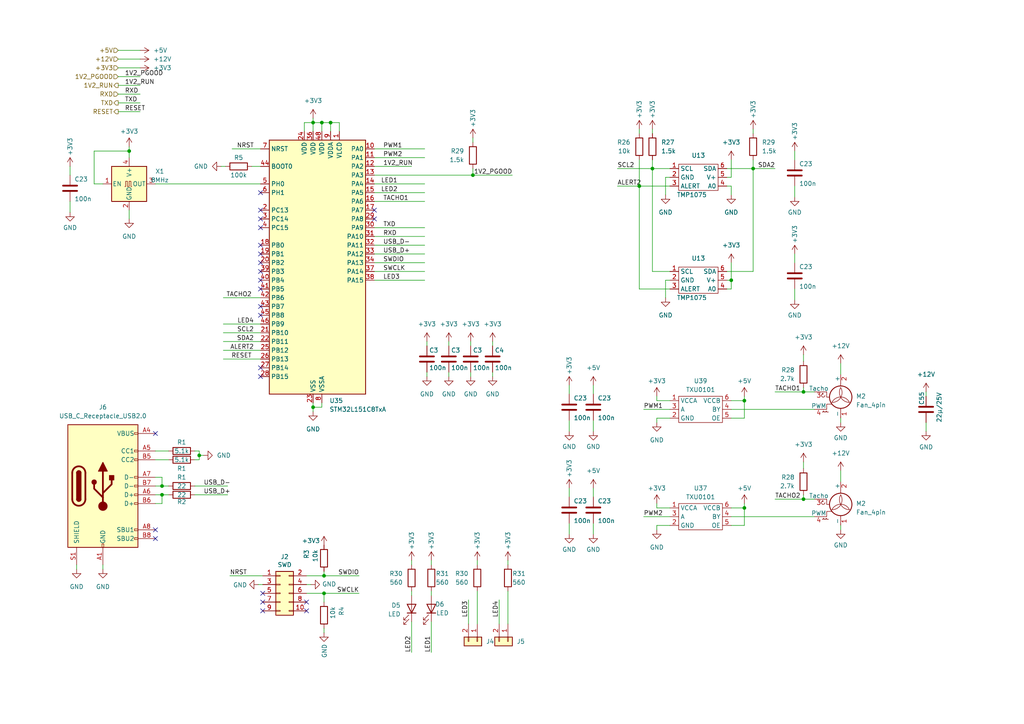
<source format=kicad_sch>
(kicad_sch (version 20230121) (generator eeschema)
  (paper "A4")
  (lib_symbols
    (symbol "Connector:USB_C_Receptacle_USB2.0" (pin_names (offset 1.016))
      (property "Reference" "J" (at -10.16 19.05 0))
      (property "Value" "USB_C_Receptacle_USB2.0" (at 19.05 19.05 0))
      (symbol "USB_C_Receptacle_USB2.0_1_1"
        (pin passive line (at 0 -22.86 90) (length 5.08) (name "GND") (number "A1"))
        (pin passive line (at 0 -22.86 90) (length 5.08) hide (name "GND") (number "A12"))
        (pin passive line (at 15.24 15.24 180) (length 5.08) (name "VBUS") (number "A4"))
        (pin bidirectional line (at 15.24 10.16 180) (length 5.08) (name "CC1") (number "A5"))
        (pin bidirectional line (at 15.24 -2.54 180) (length 5.08) (name "D+") (number "A6"))
        (pin bidirectional line (at 15.24 2.54 180) (length 5.08) (name "D-") (number "A7"))
        (pin bidirectional line (at 15.24 -12.7 180) (length 5.08) (name "SBU1") (number "A8"))
        (pin passive line (at 15.24 15.24 180) (length 5.08) hide (name "VBUS") (number "A9"))
        (pin passive line (at 0 -22.86 90) (length 5.08) hide (name "GND") (number "B1"))
        (pin passive line (at 0 -22.86 90) (length 5.08) hide (name "GND") (number "B12"))
        (pin passive line (at 15.24 15.24 180) (length 5.08) hide (name "VBUS") (number "B4"))
        (pin bidirectional line (at 15.24 7.62 180) (length 5.08) (name "CC2") (number "B5"))
        (pin bidirectional line (at 15.24 -5.08 180) (length 5.08) (name "D+") (number "B6"))
        (pin bidirectional line (at 15.24 0 180) (length 5.08) (name "D-") (number "B7"))
        (pin bidirectional line (at 15.24 -15.24 180) (length 5.08) (name "SBU2") (number "B8"))
        (pin passive line (at 15.24 15.24 180) (length 5.08) hide (name "VBUS") (number "B9"))
        (pin passive line (at -7.62 -22.86 90) (length 5.08) (name "SHIELD") (number "S1"))
      )
    )
    (symbol "Connector_Generic:Conn_01x02" (pin_names (offset 1.016) hide)
      (property "Reference" "J" (at 0 2.54 0))
      (property "Value" "Conn_01x02" (at 0 -5.08 0))
      (symbol "Conn_01x02_1_1"
        (pin passive line (at -5.08 0 0) (length 3.81) (name "Pin_1") (number "1"))
        (pin passive line (at -5.08 -2.54 0) (length 3.81) (name "Pin_2") (number "2"))
      )
    )
    (symbol "Device:C" (pin_numbers hide) (pin_names (offset 0.254))
      (property "Reference" "C" (at 0.635 2.54 0))
      (property "Value" "C" (at 0.635 -2.54 0))
      (symbol "C_1_1"
        (pin passive line (at 0 3.81 270) (length 2.794) (name "~") (number "1"))
        (pin passive line (at 0 -3.81 90) (length 2.794) (name "~") (number "2"))
      )
    )
    (symbol "Device:LED" (pin_numbers hide) (pin_names (offset 1.016) hide)
      (property "Reference" "D" (at 0 2.54 0))
      (property "Value" "LED" (at 0 -2.54 0))
      (symbol "LED_1_1"
        (pin passive line (at -3.81 0 0) (length 2.54) (name "K") (number "1"))
        (pin passive line (at 3.81 0 180) (length 2.54) (name "A") (number "2"))
      )
    )
    (symbol "Device:R" (pin_numbers hide) (pin_names (offset 0))
      (property "Reference" "R" (at 2.032 0 90))
      (property "Value" "R" (at 0 0 90))
      (symbol "R_1_1"
        (pin passive line (at 0 3.81 270) (length 1.27) (name "~") (number "1"))
        (pin passive line (at 0 -3.81 90) (length 1.27) (name "~") (number "2"))
      )
    )
    (symbol "GND_1" (power) (pin_names (offset 0))
      (property "Value" "GND_1" (at 0 -3.81 0))
      (symbol "GND_1_1_1"
        (pin power_in line (at 0 0 270) (length 0) hide (name "GND") (number "1"))
      )
    )
    (symbol "MCU_ST_STM32L1:STM32L151C8TxA"
      (property "Reference" "U" (at -12.7 39.37 0))
      (property "Value" "STM32L151C8TxA" (at 10.16 39.37 0))
      (symbol "STM32L151C8TxA_1_1"
        (pin power_in line (at 7.62 40.64 270) (length 2.54) (name "VLCD") (number "1"))
        (pin bidirectional line (at 17.78 35.56 180) (length 2.54) (name "PA0") (number "10"))
        (pin bidirectional line (at 17.78 33.02 180) (length 2.54) (name "PA1") (number "11"))
        (pin bidirectional line (at 17.78 30.48 180) (length 2.54) (name "PA2") (number "12"))
        (pin bidirectional line (at 17.78 27.94 180) (length 2.54) (name "PA3") (number "13"))
        (pin bidirectional line (at 17.78 25.4 180) (length 2.54) (name "PA4") (number "14"))
        (pin bidirectional line (at 17.78 22.86 180) (length 2.54) (name "PA5") (number "15"))
        (pin bidirectional line (at 17.78 20.32 180) (length 2.54) (name "PA6") (number "16"))
        (pin bidirectional line (at 17.78 17.78 180) (length 2.54) (name "PA7") (number "17"))
        (pin bidirectional line (at -15.24 7.62 0) (length 2.54) (name "PB0") (number "18"))
        (pin bidirectional line (at -15.24 5.08 0) (length 2.54) (name "PB1") (number "19"))
        (pin bidirectional line (at -15.24 17.78 0) (length 2.54) (name "PC13") (number "2"))
        (pin bidirectional line (at -15.24 2.54 0) (length 2.54) (name "PB2") (number "20"))
        (pin bidirectional line (at -15.24 -17.78 0) (length 2.54) (name "PB10") (number "21"))
        (pin bidirectional line (at -15.24 -20.32 0) (length 2.54) (name "PB11") (number "22"))
        (pin power_in line (at 0 -38.1 90) (length 2.54) (name "VSS") (number "23"))
        (pin power_in line (at -2.54 40.64 270) (length 2.54) (name "VDD") (number "24"))
        (pin bidirectional line (at -15.24 -22.86 0) (length 2.54) (name "PB12") (number "25"))
        (pin bidirectional line (at -15.24 -25.4 0) (length 2.54) (name "PB13") (number "26"))
        (pin bidirectional line (at -15.24 -27.94 0) (length 2.54) (name "PB14") (number "27"))
        (pin bidirectional line (at -15.24 -30.48 0) (length 2.54) (name "PB15") (number "28"))
        (pin bidirectional line (at 17.78 15.24 180) (length 2.54) (name "PA8") (number "29"))
        (pin bidirectional line (at -15.24 15.24 0) (length 2.54) (name "PC14") (number "3"))
        (pin bidirectional line (at 17.78 12.7 180) (length 2.54) (name "PA9") (number "30"))
        (pin bidirectional line (at 17.78 10.16 180) (length 2.54) (name "PA10") (number "31"))
        (pin bidirectional line (at 17.78 7.62 180) (length 2.54) (name "PA11") (number "32"))
        (pin bidirectional line (at 17.78 5.08 180) (length 2.54) (name "PA12") (number "33"))
        (pin bidirectional line (at 17.78 2.54 180) (length 2.54) (name "PA13") (number "34"))
        (pin passive line (at 0 -38.1 90) (length 2.54) hide (name "VSS") (number "35"))
        (pin power_in line (at 0 40.64 270) (length 2.54) (name "VDD") (number "36"))
        (pin bidirectional line (at 17.78 0 180) (length 2.54) (name "PA14") (number "37"))
        (pin bidirectional line (at 17.78 -2.54 180) (length 2.54) (name "PA15") (number "38"))
        (pin bidirectional line (at -15.24 0 0) (length 2.54) (name "PB3") (number "39"))
        (pin bidirectional line (at -15.24 12.7 0) (length 2.54) (name "PC15") (number "4"))
        (pin bidirectional line (at -15.24 -2.54 0) (length 2.54) (name "PB4") (number "40"))
        (pin bidirectional line (at -15.24 -5.08 0) (length 2.54) (name "PB5") (number "41"))
        (pin bidirectional line (at -15.24 -7.62 0) (length 2.54) (name "PB6") (number "42"))
        (pin bidirectional line (at -15.24 -10.16 0) (length 2.54) (name "PB7") (number "43"))
        (pin input line (at -15.24 30.48 0) (length 2.54) (name "BOOT0") (number "44"))
        (pin bidirectional line (at -15.24 -12.7 0) (length 2.54) (name "PB8") (number "45"))
        (pin bidirectional line (at -15.24 -15.24 0) (length 2.54) (name "PB9") (number "46"))
        (pin passive line (at 0 -38.1 90) (length 2.54) hide (name "VSS") (number "47"))
        (pin power_in line (at 2.54 40.64 270) (length 2.54) (name "VDD") (number "48"))
        (pin bidirectional line (at -15.24 25.4 0) (length 2.54) (name "PH0") (number "5"))
        (pin bidirectional line (at -15.24 22.86 0) (length 2.54) (name "PH1") (number "6"))
        (pin input line (at -15.24 35.56 0) (length 2.54) (name "NRST") (number "7"))
        (pin power_in line (at 2.54 -38.1 90) (length 2.54) (name "VSSA") (number "8"))
        (pin power_in line (at 5.08 40.64 270) (length 2.54) (name "VDDA") (number "9"))
      )
    )
    (symbol "Motor:Fan_4pin" (pin_names (offset 0))
      (property "Reference" "M" (at 2.54 5.08 0))
      (property "Value" "Fan_4pin" (at 2.54 -2.54 0))
      (symbol "Fan_4pin_1_1"
        (pin passive line (at 0 -5.08 90) (length 2.54) (name "-") (number "1"))
        (pin passive line (at 0 7.62 270) (length 2.54) (name "+") (number "2"))
        (pin passive line (at -7.62 2.54 0) (length 2.54) (name "Tacho") (number "3"))
        (pin input line (at -7.62 -2.54 0) (length 2.54) (name "PWM") (number "4"))
      )
    )
    (symbol "Oscillator:XO32" (pin_names (offset 0.254))
      (property "Reference" "X" (at -5.08 6.35 0))
      (property "Value" "XO32" (at 1.27 -6.35 0))
      (symbol "XO32_1_1"
        (pin input line (at -7.62 0 0) (length 2.54) (name "EN") (number "1"))
        (pin power_in line (at 0 -7.62 90) (length 2.54) (name "GND") (number "2"))
        (pin output line (at 7.62 0 180) (length 2.54) (name "OUT") (number "3"))
        (pin power_in line (at 0 7.62 270) (length 2.54) (name "V+") (number "4"))
      )
    )
    (symbol "clock-rescue:R" (pin_numbers hide) (pin_names (offset 0))
      (property "Reference" "R" (at 2.032 0 90))
      (property "Value" "R" (at 0 0 90))
      (symbol "R_1_1"
        (pin passive line (at 0 3.81 270) (length 1.27) (name "~") (number "1"))
        (pin passive line (at 0 -3.81 90) (length 1.27) (name "~") (number "2"))
      )
    )
    (symbol "dwc-hat-rescue:+3V3-power" (power) (pin_names (offset 0))
      (property "Value" "+3V3-power" (at 0 3.556 0))
      (symbol "+3V3-power_1_1"
        (pin power_in line (at 0 0 90) (length 0) hide (name "+3V3") (number "1"))
      )
    )
    (symbol "dwc-hat-rescue:Conn_02x05_Odd_Even-Connector_Generic" (pin_names (offset 1.016) hide)
      (property "Reference" "J" (at 1.27 7.62 0))
      (property "Value" "Connector_Generic_Conn_02x05_Odd_Even" (at 1.27 -7.62 0))
      (symbol "Conn_02x05_Odd_Even-Connector_Generic_1_1"
        (pin passive line (at -5.08 5.08 0) (length 3.81) (name "Pin_1") (number "1"))
        (pin passive line (at 7.62 -5.08 180) (length 3.81) (name "Pin_10") (number "10"))
        (pin passive line (at 7.62 5.08 180) (length 3.81) (name "Pin_2") (number "2"))
        (pin passive line (at -5.08 2.54 0) (length 3.81) (name "Pin_3") (number "3"))
        (pin passive line (at 7.62 2.54 180) (length 3.81) (name "Pin_4") (number "4"))
        (pin passive line (at -5.08 0 0) (length 3.81) (name "Pin_5") (number "5"))
        (pin passive line (at 7.62 0 180) (length 3.81) (name "Pin_6") (number "6"))
        (pin passive line (at -5.08 -2.54 0) (length 3.81) (name "Pin_7") (number "7"))
        (pin passive line (at 7.62 -2.54 180) (length 3.81) (name "Pin_8") (number "8"))
        (pin passive line (at -5.08 -5.08 0) (length 3.81) (name "Pin_9") (number "9"))
      )
    )
    (symbol "dwc-hat-rescue:GND-power" (power) (pin_names (offset 0))
      (property "Value" "GND-power" (at 0 -3.81 0))
      (symbol "GND-power_1_1"
        (pin power_in line (at 0 0 270) (length 0) hide (name "GND") (number "1"))
      )
    )
    (symbol "dwc-hat-rescue:R-Device" (pin_numbers hide) (pin_names (offset 0))
      (property "Reference" "R" (at 2.032 0 90))
      (property "Value" "Device_R" (at 0 0 90))
      (symbol "R-Device_1_1"
        (pin passive line (at 0 3.81 270) (length 1.27) (name "~") (number "1"))
        (pin passive line (at 0 -3.81 90) (length 1.27) (name "~") (number "2"))
      )
    )
    (symbol "mylib7:TMP1075-DRL-SOT563"
      (property "Reference" "U" (at -5.08 5.08 0))
      (symbol "TMP1075-DRL-SOT563_1_1"
        (pin open_collector line (at -8.89 2.54 0) (length 2.54) (name "SCL") (number "1"))
        (pin power_in line (at -8.89 0 0) (length 2.54) (name "GND") (number "2"))
        (pin open_collector line (at -8.89 -2.54 0) (length 2.54) (name "ALERT") (number "3"))
        (pin input line (at 7.62 -2.54 180) (length 2.54) (name "A0") (number "4"))
        (pin power_in line (at 7.62 0 180) (length 2.54) (name "V+") (number "5"))
        (pin open_collector line (at 7.62 2.54 180) (length 2.54) (name "SDA") (number "6"))
      )
    )
    (symbol "mylib7:TXU0101DCK"
      (property "Reference" "U" (at -5.08 5.08 0))
      (property "Value" "TXU0101" (at -1.27 -5.08 0))
      (symbol "TXU0101DCK_1_1"
        (pin power_in line (at -8.89 2.54 0) (length 2.54) (name "VCCA") (number "1"))
        (pin power_in line (at -8.89 -2.54 0) (length 2.54) (name "GND") (number "2"))
        (pin input line (at -8.89 0 0) (length 2.54) (name "A") (number "3"))
        (pin output line (at 8.89 0 180) (length 2.54) (name "BY") (number "4"))
        (pin input line (at 8.89 -2.54 180) (length 2.54) (name "OE") (number "5"))
        (pin power_in line (at 8.89 2.54 180) (length 2.54) (name "VCCB") (number "6"))
      )
    )
    (symbol "power:+12V" (power) (pin_names (offset 0))
      (property "Value" "+12V" (at 0 3.556 0))
      (symbol "+12V_1_1"
        (pin power_in line (at 0 0 90) (length 0) hide (name "+12V") (number "1"))
      )
    )
    (symbol "power:+3V3" (power) (pin_names (offset 0))
      (property "Value" "+3V3" (at 0 3.556 0))
      (symbol "+3V3_1_1"
        (pin power_in line (at 0 0 90) (length 0) hide (name "+3V3") (number "1"))
      )
    )
    (symbol "power:+5V" (power) (pin_names (offset 0))
      (property "Value" "+5V" (at 0 3.556 0))
      (symbol "+5V_1_1"
        (pin power_in line (at 0 0 90) (length 0) hide (name "+5V") (number "1"))
      )
    )
    (symbol "power:GND" (power) (pin_names (offset 0))
      (property "Value" "GND" (at 0 -3.81 0))
      (symbol "GND_1_1"
        (pin power_in line (at 0 0 270) (length 0) hide (name "GND") (number "1"))
      )
    )
    (symbol "vfd1-rescue:C" (pin_numbers hide) (pin_names (offset 0.254))
      (property "Reference" "C" (at 0.635 2.54 0))
      (property "Value" "C" (at 0.635 -2.54 0))
      (symbol "C_1_1"
        (pin passive line (at 0 3.81 270) (length 2.794) (name "~") (number "1"))
        (pin passive line (at 0 -3.81 90) (length 2.794) (name "~") (number "2"))
      )
    )
  )
  (junction (at 185.42 53.975))
  (junction (at 215.9 116.205))
  (junction (at 212.09 81.28))
  (junction (at 189.23 48.895))
  (junction (at 37.465 43.815))
  (junction (at 57.785 132.08))
  (junction (at 233.045 113.665))
  (junction (at 90.805 35.56))
  (junction (at 90.805 118.11))
  (junction (at 233.045 144.78))
  (junction (at 46.99 143.51))
  (junction (at 137.16 50.8))
  (junction (at 93.98 167.005))
  (junction (at 93.345 35.56))
  (junction (at 215.9 147.32))
  (junction (at 95.885 35.56))
  (junction (at 218.44 48.895))
  (junction (at 93.98 172.085))
  (junction (at 46.99 140.97))
  (no_connect (at 75.565 106.68))
  (no_connect (at 88.9 174.625))
  (no_connect (at 75.565 66.04))
  (no_connect (at 76.2 174.625))
  (no_connect (at 75.565 71.12))
  (no_connect (at 75.565 81.28))
  (no_connect (at 75.565 60.96))
  (no_connect (at 75.565 109.22))
  (no_connect (at 75.565 55.88))
  (no_connect (at 108.585 63.5))
  (no_connect (at 75.565 88.9))
  (no_connect (at 75.565 76.2))
  (no_connect (at 76.2 177.165))
  (no_connect (at 75.565 83.82))
  (no_connect (at 45.085 156.21))
  (no_connect (at 75.565 63.5))
  (no_connect (at 108.585 60.96))
  (no_connect (at 75.565 78.74))
  (no_connect (at 88.9 177.165))
  (no_connect (at 75.565 73.66))
  (no_connect (at 45.085 125.73))
  (no_connect (at 75.565 91.44))
  (no_connect (at 76.2 172.085))
  (no_connect (at 45.085 153.67))
  (wire (pts (xy 185.42 37.465) (xy 185.42 38.735)))
  (wire (pts (xy 190.5 116.205) (xy 194.31 116.205)))
  (wire (pts (xy 93.98 167.005) (xy 88.9 167.005)))
  (wire (pts (xy 147.32 171.45) (xy 147.32 180.975)))
  (wire (pts (xy 90.17 169.545) (xy 88.9 169.545)))
  (wire (pts (xy 218.44 48.895) (xy 224.79 48.895)))
  (wire (pts (xy 194.31 81.28) (xy 193.04 81.28)))
  (wire (pts (xy 185.42 53.975) (xy 185.42 83.82)))
  (wire (pts (xy 218.44 37.465) (xy 218.44 38.735)))
  (wire (pts (xy 243.84 121.285) (xy 243.84 122.555)))
  (wire (pts (xy 64.77 96.52) (xy 75.565 96.52)))
  (wire (pts (xy 212.09 152.4) (xy 215.9 152.4)))
  (wire (pts (xy 20.32 58.42) (xy 20.32 61.595)))
  (wire (pts (xy 119.38 162.56) (xy 119.38 163.83)))
  (wire (pts (xy 233.045 102.87) (xy 233.045 104.775)))
  (wire (pts (xy 46.99 146.05) (xy 45.085 146.05)))
  (wire (pts (xy 34.29 32.385) (xy 40.64 32.385)))
  (wire (pts (xy 189.23 78.74) (xy 194.31 78.74)))
  (wire (pts (xy 108.585 68.58) (xy 123.19 68.58)))
  (wire (pts (xy 64.77 104.14) (xy 75.565 104.14)))
  (wire (pts (xy 108.585 43.18) (xy 123.19 43.18)))
  (wire (pts (xy 172.085 141.605) (xy 172.085 144.145)))
  (wire (pts (xy 108.585 71.12) (xy 123.19 71.12)))
  (wire (pts (xy 57.785 132.08) (xy 59.055 132.08)))
  (wire (pts (xy 230.505 43.815) (xy 230.505 46.355)))
  (wire (pts (xy 194.31 51.435) (xy 193.04 51.435)))
  (wire (pts (xy 108.585 55.88) (xy 123.19 55.88)))
  (wire (pts (xy 212.09 83.82) (xy 210.82 83.82)))
  (wire (pts (xy 90.805 118.11) (xy 90.805 119.38)))
  (wire (pts (xy 186.69 149.86) (xy 194.31 149.86)))
  (wire (pts (xy 224.79 144.78) (xy 233.045 144.78)))
  (wire (pts (xy 119.38 180.34) (xy 119.38 189.23)))
  (wire (pts (xy 210.82 51.435) (xy 212.09 51.435)))
  (wire (pts (xy 22.225 163.83) (xy 22.225 165.1)))
  (wire (pts (xy 64.77 99.06) (xy 75.565 99.06)))
  (wire (pts (xy 190.5 146.05) (xy 190.5 147.32)))
  (wire (pts (xy 165.1 141.605) (xy 165.1 144.145)))
  (wire (pts (xy 93.345 38.1) (xy 93.345 35.56)))
  (wire (pts (xy 45.085 53.34) (xy 75.565 53.34)))
  (wire (pts (xy 185.42 83.82) (xy 194.31 83.82)))
  (wire (pts (xy 137.16 48.895) (xy 137.16 50.8)))
  (wire (pts (xy 135.89 173.99) (xy 135.89 180.975)))
  (wire (pts (xy 67.31 43.18) (xy 75.565 43.18)))
  (wire (pts (xy 193.04 81.28) (xy 193.04 86.36)))
  (wire (pts (xy 233.045 143.51) (xy 233.045 144.78)))
  (wire (pts (xy 34.29 29.845) (xy 40.64 29.845)))
  (wire (pts (xy 104.14 167.005) (xy 93.98 167.005)))
  (wire (pts (xy 46.99 140.97) (xy 48.895 140.97)))
  (wire (pts (xy 190.5 153.67) (xy 190.5 152.4)))
  (wire (pts (xy 212.09 118.745) (xy 236.22 118.745)))
  (wire (pts (xy 90.805 116.84) (xy 90.805 118.11)))
  (wire (pts (xy 37.465 60.96) (xy 37.465 63.5)))
  (wire (pts (xy 46.99 143.51) (xy 48.895 143.51)))
  (wire (pts (xy 108.585 73.66) (xy 123.19 73.66)))
  (wire (pts (xy 64.135 48.26) (xy 65.405 48.26)))
  (wire (pts (xy 165.1 111.76) (xy 165.1 114.3)))
  (wire (pts (xy 130.175 107.95) (xy 130.175 109.22)))
  (wire (pts (xy 268.605 122.555) (xy 268.605 125.095)))
  (wire (pts (xy 190.5 152.4) (xy 194.31 152.4)))
  (wire (pts (xy 123.825 99.06) (xy 123.825 100.33)))
  (wire (pts (xy 93.98 174.625) (xy 93.98 172.085)))
  (wire (pts (xy 185.42 46.355) (xy 185.42 53.975)))
  (wire (pts (xy 233.045 112.395) (xy 233.045 113.665)))
  (wire (pts (xy 95.885 35.56) (xy 95.885 38.1)))
  (wire (pts (xy 56.515 140.97) (xy 66.04 140.97)))
  (wire (pts (xy 34.29 24.765) (xy 40.64 24.765)))
  (wire (pts (xy 95.885 35.56) (xy 98.425 35.56)))
  (wire (pts (xy 210.82 78.74) (xy 218.44 78.74)))
  (wire (pts (xy 230.505 83.82) (xy 230.505 86.995)))
  (wire (pts (xy 172.085 151.765) (xy 172.085 154.94)))
  (wire (pts (xy 179.07 48.895) (xy 189.23 48.895)))
  (wire (pts (xy 34.29 19.685) (xy 40.64 19.685)))
  (wire (pts (xy 243.84 152.4) (xy 243.84 153.67)))
  (wire (pts (xy 142.875 107.95) (xy 142.875 109.22)))
  (wire (pts (xy 119.38 171.45) (xy 119.38 172.72)))
  (wire (pts (xy 215.9 121.285) (xy 215.9 116.205)))
  (wire (pts (xy 57.785 130.81) (xy 57.785 132.08)))
  (wire (pts (xy 88.265 38.1) (xy 88.265 35.56)))
  (wire (pts (xy 108.585 81.28) (xy 123.19 81.28)))
  (wire (pts (xy 233.045 133.985) (xy 233.045 135.89)))
  (wire (pts (xy 34.29 14.605) (xy 40.64 14.605)))
  (wire (pts (xy 190.5 122.555) (xy 190.5 121.285)))
  (wire (pts (xy 172.085 111.76) (xy 172.085 114.3)))
  (wire (pts (xy 210.82 81.28) (xy 212.09 81.28)))
  (wire (pts (xy 108.585 45.72) (xy 123.19 45.72)))
  (wire (pts (xy 29.845 53.34) (xy 27.305 53.34)))
  (wire (pts (xy 37.465 43.815) (xy 37.465 45.72)))
  (wire (pts (xy 212.09 51.435) (xy 212.09 46.355)))
  (wire (pts (xy 108.585 53.34) (xy 123.19 53.34)))
  (wire (pts (xy 212.09 149.86) (xy 236.22 149.86)))
  (wire (pts (xy 93.345 118.11) (xy 90.805 118.11)))
  (wire (pts (xy 137.16 50.8) (xy 108.585 50.8)))
  (wire (pts (xy 212.09 121.285) (xy 215.9 121.285)))
  (wire (pts (xy 233.045 144.78) (xy 236.22 144.78)))
  (wire (pts (xy 108.585 58.42) (xy 123.19 58.42)))
  (wire (pts (xy 212.09 81.28) (xy 212.09 83.82)))
  (wire (pts (xy 189.23 46.355) (xy 189.23 48.895)))
  (wire (pts (xy 215.9 147.32) (xy 215.9 146.05)))
  (wire (pts (xy 189.23 37.465) (xy 189.23 38.735)))
  (wire (pts (xy 144.78 173.99) (xy 144.78 180.975)))
  (wire (pts (xy 142.875 99.06) (xy 142.875 100.33)))
  (wire (pts (xy 73.025 48.26) (xy 75.565 48.26)))
  (wire (pts (xy 165.1 121.92) (xy 165.1 125.095)))
  (wire (pts (xy 45.085 143.51) (xy 46.99 143.51)))
  (wire (pts (xy 123.825 107.95) (xy 123.825 109.22)))
  (wire (pts (xy 45.085 138.43) (xy 46.99 138.43)))
  (wire (pts (xy 136.525 99.06) (xy 136.525 100.33)))
  (wire (pts (xy 64.77 93.98) (xy 75.565 93.98)))
  (wire (pts (xy 119.38 48.26) (xy 108.585 48.26)))
  (wire (pts (xy 90.805 34.29) (xy 90.805 35.56)))
  (wire (pts (xy 165.1 151.765) (xy 165.1 154.94)))
  (wire (pts (xy 93.98 165.735) (xy 93.98 167.005)))
  (wire (pts (xy 46.99 138.43) (xy 46.99 140.97)))
  (wire (pts (xy 172.085 121.92) (xy 172.085 125.095)))
  (wire (pts (xy 104.14 172.085) (xy 93.98 172.085)))
  (wire (pts (xy 212.09 81.28) (xy 212.09 76.2)))
  (wire (pts (xy 243.84 105.41) (xy 243.84 108.585)))
  (wire (pts (xy 138.43 171.45) (xy 138.43 180.975)))
  (wire (pts (xy 46.99 143.51) (xy 46.99 146.05)))
  (wire (pts (xy 37.465 42.545) (xy 37.465 43.815)))
  (wire (pts (xy 189.23 48.895) (xy 194.31 48.895)))
  (wire (pts (xy 88.265 35.56) (xy 90.805 35.56)))
  (wire (pts (xy 243.84 136.525) (xy 243.84 139.7)))
  (wire (pts (xy 34.29 22.225) (xy 40.64 22.225)))
  (wire (pts (xy 108.585 76.2) (xy 123.19 76.2)))
  (wire (pts (xy 90.805 35.56) (xy 93.345 35.56)))
  (wire (pts (xy 93.345 35.56) (xy 95.885 35.56)))
  (wire (pts (xy 224.79 113.665) (xy 233.045 113.665)))
  (wire (pts (xy 57.785 132.08) (xy 57.785 133.35)))
  (wire (pts (xy 189.23 48.895) (xy 189.23 78.74)))
  (wire (pts (xy 215.9 152.4) (xy 215.9 147.32)))
  (wire (pts (xy 46.99 140.97) (xy 45.085 140.97)))
  (wire (pts (xy 179.07 53.975) (xy 185.42 53.975)))
  (wire (pts (xy 108.585 78.74) (xy 123.19 78.74)))
  (wire (pts (xy 130.175 99.06) (xy 130.175 100.33)))
  (wire (pts (xy 136.525 107.95) (xy 136.525 109.22)))
  (wire (pts (xy 148.59 50.8) (xy 137.16 50.8)))
  (wire (pts (xy 34.29 17.145) (xy 40.64 17.145)))
  (wire (pts (xy 212.09 53.975) (xy 210.82 53.975)))
  (wire (pts (xy 190.5 147.32) (xy 194.31 147.32)))
  (wire (pts (xy 193.04 51.435) (xy 193.04 56.515)))
  (wire (pts (xy 215.9 116.205) (xy 215.9 114.935)))
  (wire (pts (xy 108.585 66.04) (xy 123.19 66.04)))
  (wire (pts (xy 218.44 48.895) (xy 218.44 78.74)))
  (wire (pts (xy 20.32 48.26) (xy 20.32 50.8)))
  (wire (pts (xy 64.77 101.6) (xy 75.565 101.6)))
  (wire (pts (xy 233.045 113.665) (xy 236.22 113.665)))
  (wire (pts (xy 27.305 43.815) (xy 37.465 43.815)))
  (wire (pts (xy 125.095 162.56) (xy 125.095 163.83)))
  (wire (pts (xy 45.085 133.35) (xy 48.895 133.35)))
  (wire (pts (xy 190.5 114.935) (xy 190.5 116.205)))
  (wire (pts (xy 190.5 121.285) (xy 194.31 121.285)))
  (wire (pts (xy 93.345 116.84) (xy 93.345 118.11)))
  (wire (pts (xy 186.69 118.745) (xy 194.31 118.745)))
  (wire (pts (xy 137.16 40.005) (xy 137.16 41.275)))
  (wire (pts (xy 147.32 162.56) (xy 147.32 163.83)))
  (wire (pts (xy 56.515 130.81) (xy 57.785 130.81)))
  (wire (pts (xy 29.845 163.83) (xy 29.845 165.1)))
  (wire (pts (xy 45.085 130.81) (xy 48.895 130.81)))
  (wire (pts (xy 125.095 171.45) (xy 125.095 172.72)))
  (wire (pts (xy 27.305 53.34) (xy 27.305 43.815)))
  (wire (pts (xy 90.805 35.56) (xy 90.805 38.1)))
  (wire (pts (xy 218.44 46.355) (xy 218.44 48.895)))
  (wire (pts (xy 93.98 172.085) (xy 88.9 172.085)))
  (wire (pts (xy 125.095 180.34) (xy 125.095 189.23)))
  (wire (pts (xy 66.675 167.005) (xy 76.2 167.005)))
  (wire (pts (xy 210.82 48.895) (xy 218.44 48.895)))
  (wire (pts (xy 56.515 143.51) (xy 66.04 143.51)))
  (wire (pts (xy 185.42 53.975) (xy 194.31 53.975)))
  (wire (pts (xy 57.785 133.35) (xy 56.515 133.35)))
  (wire (pts (xy 268.605 113.665) (xy 268.605 114.935)))
  (wire (pts (xy 212.09 56.515) (xy 212.09 53.975)))
  (wire (pts (xy 93.98 182.245) (xy 93.98 183.515)))
  (wire (pts (xy 98.425 38.1) (xy 98.425 35.56)))
  (wire (pts (xy 74.93 169.545) (xy 76.2 169.545)))
  (wire (pts (xy 64.77 86.36) (xy 75.565 86.36)))
  (wire (pts (xy 34.29 27.305) (xy 40.64 27.305)))
  (wire (pts (xy 230.505 73.66) (xy 230.505 76.2)))
  (wire (pts (xy 212.09 116.205) (xy 215.9 116.205)))
  (wire (pts (xy 212.09 147.32) (xy 215.9 147.32)))
  (wire (pts (xy 230.505 53.975) (xy 230.505 57.15)))
  (wire (pts (xy 138.43 162.56) (xy 138.43 163.83)))
  (label "USB_D+" (at 59.055 143.51 0))
  (label "PWM2" (at 111.125 45.72 0))
  (label "TACHO1" (at 111.125 58.42 0))
  (label "SDA2" (at 224.79 48.895 180))
  (label "USB_D+" (at 111.125 73.66 0))
  (label "RESET" (at 73.025 104.14 180))
  (label "SWDIO" (at 104.14 167.005 180))
  (label "LED1" (at 125.095 189.23 90))
  (label "TXD" (at 111.125 66.04 0))
  (label "RESET" (at 36.195 32.385 0))
  (label "SWCLK" (at 111.125 78.74 0))
  (label "USB_D-" (at 59.055 140.97 0))
  (label "LED1" (at 110.49 53.34 0))
  (label "TACHO2" (at 73.025 86.36 180))
  (label "SDA2" (at 73.66 99.06 180))
  (label "1V2_RUN" (at 111.125 48.26 0))
  (label "1V2_RUN" (at 36.195 24.765 0))
  (label "NRST" (at 66.675 167.005 0))
  (label "TXD" (at 36.195 29.845 0))
  (label "NRST" (at 73.66 43.18 180))
  (label "LED4" (at 144.78 179.07 90))
  (label "LED3" (at 111.125 81.28 0))
  (label "1V2_PGOOD" (at 148.59 50.8 180))
  (label "ALERT2" (at 179.07 53.975 0))
  (label "USB_D-" (at 111.125 71.12 0))
  (label "LED3" (at 135.89 179.07 90))
  (label "RXD" (at 111.125 68.58 0))
  (label "LED2" (at 110.49 55.88 0))
  (label "SWCLK" (at 104.14 172.085 180))
  (label "ALERT2" (at 73.66 101.6 180))
  (label "TACHO2" (at 224.79 144.78 0))
  (label "LED2" (at 119.38 189.23 90))
  (label "SWDIO" (at 111.125 76.2 0))
  (label "PWM2" (at 186.69 149.86 0))
  (label "SCL2" (at 73.66 96.52 180))
  (label "PWM1" (at 111.125 43.18 0))
  (label "LED4" (at 73.66 93.98 180))
  (label "1V2_PGOOD" (at 36.195 22.225 0))
  (label "PWM1" (at 186.69 118.745 0))
  (label "SCL2" (at 179.07 48.895 0))
  (label "RXD" (at 36.195 27.305 0))
  (label "TACHO1" (at 224.79 113.665 0))
  (hierarchical_label "RXD" (shape input) (at 34.29 27.305 180))
  (hierarchical_label "+5V" (shape input) (at 34.29 14.605 180))
  (hierarchical_label "RESET" (shape output) (at 34.29 32.385 180))
  (hierarchical_label "1V2_RUN" (shape output) (at 34.29 24.765 180))
  (hierarchical_label "+3V3" (shape input) (at 34.29 19.685 180))
  (hierarchical_label "TXD" (shape output) (at 34.29 29.845 180))
  (hierarchical_label "+12V" (shape input) (at 34.29 17.145 180))
  (hierarchical_label "1V2_PGOOD" (shape input) (at 34.29 22.225 180))
  (symbol (lib_id "Device:LED") (at 125.095 176.53 270) (mirror x) (unit 1)
    (property "Reference" "D6" (at 128.905 175.26 90) (effects (justify right)))
    (property "Value" "LED" (at 130.175 177.8 90) (effects (justify right)))
    (property "Footprint" "LED_SMD:LED_1206_3216Metric" (effects hide))
  )
  (symbol (lib_id "Device:R") (at 125.095 167.64 0) (unit 1)
    (property "Reference" "R31" (at 126.365 166.37 0) (effects (justify left)))
    (property "Value" "560" (at 126.365 168.91 0) (effects (justify left)))
    (property "Footprint" "Resistor_SMD:R_0805_2012Metric" (effects hide))
  )
  (symbol (lib_name "GND_1") (lib_id "power:GND") (at 190.5 153.67 0) (unit 1)
    (property "Reference" "#PWR0142" (effects hide))
    (property "Value" "GND" (at 190.5 158.75 0))
    (instances (project "piaxe" (path "" (reference "#PWR0142") (unit 1)) (path "" (reference "#PWR0207") (unit 1))))
  )
  (symbol (lib_id "Device:C") (at 20.32 54.61 0) (unit 1)
    (property "Reference" "C23" (at 21.59 52.705 0) (effects (justify left bottom)))
    (property "Value" "100n" (at 21.59 58.42 0) (effects (justify left bottom)))
    (property "Footprint" "Capacitor_SMD:C_0805_2012Metric" (effects hide))
  )
  (symbol (lib_id "Device:C") (at 172.085 147.955 0) (unit 1)
    (property "Reference" "C23" (at 173.355 146.05 0) (effects (justify left bottom)))
    (property "Value" "100n" (at 173.355 151.765 0) (effects (justify left bottom)))
    (property "Footprint" "Capacitor_SMD:C_0805_2012Metric" (effects hide))
  )
  (symbol (lib_id "Device:R") (at 218.44 42.545 0) (unit 1)
    (property "Reference" "R29" (at 220.98 41.275 0) (effects (justify left)))
    (property "Value" "1.5k" (at 220.98 43.815 0) (effects (justify left)))
    (property "Footprint" "Resistor_SMD:R_0805_2012Metric" (effects hide))
  )
  (symbol (lib_id "Device:R") (at 233.045 108.585 0) (mirror y) (unit 1)
    (property "Reference" "R28" (at 230.505 107.315 0) (effects (justify left)))
    (property "Value" "2.7k" (at 230.505 109.855 0) (effects (justify left)))
    (property "Footprint" "Resistor_SMD:R_0805_2012Metric" (effects hide))
  )
  (symbol (lib_id "power:+3V3") (at 190.5 146.05 0) (unit 1)
    (property "Reference" "#PWR0193" (effects hide))
    (property "Value" "+3V3" (at 190.5 141.605 0))
  )
  (symbol (lib_id "power:+12V") (at 40.64 17.145 270) (unit 1)
    (property "Reference" "#PWR0226" (effects hide))
    (property "Value" "+12V" (at 44.45 17.145 90) (effects (justify left)))
  )
  (symbol (lib_id "mylib7:TXU0101DCK") (at 203.2 149.86 0) (unit 1)
    (property "Reference" "U37" (at 203.2 141.605 0))
    (property "Value" "TXU0101" (at 203.2 144.145 0))
    (property "Footprint" "Package_TO_SOT_SMD:SOT-363_SC-70-6" (effects hide))
    (property "Distributor" "D" (effects hide))
    (property "Manufacturer" "TXU0101DCKR" (effects hide))
    (property "OrderNr" "296-TXU0101DCKRCT-ND" (effects hide))
  )
  (symbol (lib_id "power:+5V") (at 215.9 146.05 0) (unit 1)
    (property "Reference" "#PWR0208" (effects hide))
    (property "Value" "+5V" (at 215.9 141.605 0))
  )
  (symbol (lib_name "GND_1") (lib_id "power:GND") (at 212.09 56.515 0) (unit 1)
    (property "Reference" "#PWR097" (effects hide))
    (property "Value" "GND" (at 212.09 61.595 0))
  )
  (symbol (lib_id "power:+12V") (at 243.84 105.41 0) (unit 1)
    (property "Reference" "#PWR0167" (effects hide))
    (property "Value" "+12V" (at 243.84 100.33 0))
  )
  (symbol (lib_id "power:+5V") (at 40.64 14.605 270) (unit 1)
    (property "Reference" "#PWR0227" (effects hide))
    (property "Value" "+5V" (at 44.45 14.605 90) (effects (justify left)))
  )
  (symbol (lib_id "power:GND") (at 90.805 119.38 0) (unit 1)
    (property "Reference" "#PWR021" (effects hide))
    (property "Value" "GND" (at 90.805 124.46 0))
  )
  (symbol (lib_id "power:GND") (at 59.055 132.08 90) (unit 1)
    (property "Reference" "#PWR0158" (effects hide))
    (property "Value" "GND" (at 62.865 132.08 90) (effects (justify right)))
  )
  (symbol (lib_id "power:+3V3") (at 142.875 99.06 0) (unit 1)
    (property "Reference" "#PWR014" (effects hide))
    (property "Value" "+3V3" (at 142.875 93.98 0))
  )
  (symbol (lib_id "power:+3V3") (at 165.1 141.605 0) (mirror y) (unit 1)
    (property "Reference" "#PWR0158" (effects hide))
    (property "Value" "+3V3" (at 165.1 135.89 90))
  )
  (symbol (lib_id "power:+3V3") (at 37.465 42.545 0) (unit 1)
    (property "Reference" "#PWR0212" (effects hide))
    (property "Value" "+3V3" (at 37.465 38.1 0))
  )
  (symbol (lib_id "power:+3V3") (at 147.32 162.56 0) (unit 1)
    (property "Reference" "#PWR0172" (effects hide))
    (property "Value" "+3V3" (at 147.32 156.845 90))
  )
  (symbol (lib_id "power:+3V3") (at 233.045 133.985 0) (unit 1)
    (property "Reference" "#PWR0164" (effects hide))
    (property "Value" "+3V3" (at 233.045 128.905 0))
  )
  (symbol (lib_id "Device:LED") (at 119.38 176.53 270) (mirror x) (unit 1)
    (property "Reference" "D5" (at 116.205 175.5775 90) (effects (justify right)))
    (property "Value" "LED" (at 116.205 178.1175 90) (effects (justify right)))
    (property "Footprint" "LED_SMD:LED_1206_3216Metric" (effects hide))
  )
  (symbol (lib_id "vfd1-rescue:C") (at 136.525 104.14 0) (unit 1)
    (property "Reference" "C3" (at 137.16 101.6 0) (effects (justify left)))
    (property "Value" "100n" (at 137.16 106.68 0) (effects (justify left)))
    (property "Footprint" "Capacitor_SMD:C_0805_2012Metric" (effects hide))
  )
  (symbol (lib_id "Device:R") (at 119.38 167.64 0) (mirror y) (unit 1)
    (property "Reference" "R30" (at 116.84 166.37 0) (effects (justify left)))
    (property "Value" "560" (at 116.84 168.91 0) (effects (justify left)))
    (property "Footprint" "Resistor_SMD:R_0805_2012Metric" (effects hide))
  )
  (symbol (lib_id "Connector_Generic:Conn_01x02") (at 147.32 186.055 270) (unit 1)
    (property "Reference" "J5" (at 149.86 186.055 90) (effects (justify left)))
    (property "Value" "Conn_01x02" (effects hide))
    (property "Footprint" "Connector_PinHeader_2.54mm:PinHeader_1x02_P2.54mm_Vertical" (effects hide))
    (property "Distributor" "-" (effects hide))
  )
  (symbol (lib_id "clock-rescue:R") (at 52.705 130.81 270) (unit 1)
    (property "Reference" "R1" (at 52.705 128.27 90))
    (property "Value" "5.1k" (at 52.705 130.81 90))
    (property "Footprint" "Resistor_SMD:R_0805_2012Metric" (effects hide))
  )
  (symbol (lib_name "GND_1") (lib_id "power:GND") (at 193.04 56.515 0) (unit 1)
    (property "Reference" "#PWR097" (effects hide))
    (property "Value" "GND" (at 193.04 61.595 0))
  )
  (symbol (lib_id "power:GND") (at 230.505 57.15 0) (mirror y) (unit 1)
    (property "Reference" "#PWR026" (effects hide))
    (property "Value" "GND" (at 230.505 61.595 0))
  )
  (symbol (lib_id "power:+5V") (at 172.085 111.76 0) (unit 1)
    (property "Reference" "#PWR0220" (effects hide))
    (property "Value" "+5V" (at 172.085 106.68 0))
  )
  (symbol (lib_id "Device:R") (at 69.215 48.26 90) (unit 1)
    (property "Reference" "R5" (at 69.215 45.72 90))
    (property "Value" "100k" (at 69.215 50.8 90))
    (property "Footprint" "Resistor_SMD:R_0805_2012Metric" (effects hide))
  )
  (symbol (lib_id "Device:C") (at 268.605 118.745 0) (unit 1)
    (property "Reference" "C55" (at 267.335 117.475 90) (effects (justify left)))
    (property "Value" "22µ/25V" (at 272.415 122.555 90) (effects (justify left)))
    (property "Footprint" "Capacitor_SMD:C_1210_3225Metric" (effects hide))
    (property "Distributor" "D" (effects hide))
    (property "Manufacturer" "C1210C226K3PAC7800" (effects hide))
    (property "OrderNr" "399-C1210C226K3PAC7800CT-ND" (effects hide))
    (instances (project "power" (path "" (reference "C55") (unit 1))) (project "piaxe" (path "" (reference "C91") (unit 1)) (path "" (reference "C105") (unit 1))))
  )
  (symbol (lib_id "power:+3V3") (at 40.64 19.685 270) (unit 1)
    (property "Reference" "#PWR0178" (effects hide))
    (property "Value" "+3V3" (at 44.45 19.685 90) (effects (justify left)))
  )
  (symbol (lib_id "power:+3V3") (at 138.43 162.56 0) (unit 1)
    (property "Reference" "#PWR0171" (effects hide))
    (property "Value" "+3V3" (at 138.43 156.845 90))
  )
  (symbol (lib_id "vfd1-rescue:C") (at 142.875 104.14 0) (unit 1)
    (property "Reference" "C4" (at 143.51 101.6 0) (effects (justify left)))
    (property "Value" "100n" (at 143.51 106.68 0) (effects (justify left)))
    (property "Footprint" "Capacitor_SMD:C_0805_2012Metric" (effects hide))
  )
  (symbol (lib_id "power:+5V") (at 172.085 141.605 0) (unit 1)
    (property "Reference" "#PWR0224" (effects hide))
    (property "Value" "+5V" (at 172.085 136.525 0))
  )
  (symbol (lib_id "dwc-hat-rescue:R-Device") (at 93.98 161.925 0) (mirror x) (unit 1)
    (property "Reference" "R3" (at 88.9 159.385 90) (effects (justify left)))
    (property "Value" "10k" (at 91.44 159.385 90) (effects (justify left)))
    (property "Footprint" "Resistor_SMD:R_0805_2012Metric" (effects hide))
  )
  (symbol (lib_id "power:+3V3") (at 119.38 162.56 0) (unit 1)
    (property "Reference" "#PWR0171" (effects hide))
    (property "Value" "+3V3" (at 119.38 156.845 90))
  )
  (symbol (lib_id "power:+3V3") (at 137.16 40.005 0) (mirror y) (unit 1)
    (property "Reference" "#PWR0170" (effects hide))
    (property "Value" "+3V3" (at 137.16 34.29 90))
  )
  (symbol (lib_id "Device:R") (at 138.43 167.64 0) (mirror y) (unit 1)
    (property "Reference" "R30" (at 135.89 166.37 0) (effects (justify left)))
    (property "Value" "560" (at 135.89 168.91 0) (effects (justify left)))
    (property "Footprint" "Resistor_SMD:R_0805_2012Metric" (effects hide))
  )
  (symbol (lib_id "power:GND") (at 37.465 63.5 0) (unit 1)
    (property "Reference" "#PWR0213" (effects hide))
    (property "Value" "GND" (at 37.465 68.58 0))
  )
  (symbol (lib_id "power:+3V3") (at 130.175 99.06 0) (unit 1)
    (property "Reference" "#PWR012" (effects hide))
    (property "Value" "+3V3" (at 130.175 93.98 0))
  )
  (symbol (lib_id "mylib7:TXU0101DCK") (at 203.2 118.745 0) (unit 1)
    (property "Reference" "U39" (at 203.2 110.49 0))
    (property "Value" "TXU0101" (at 203.2 113.03 0))
    (property "Footprint" "Package_TO_SOT_SMD:SOT-363_SC-70-6" (effects hide))
    (property "Distributor" "D" (effects hide))
    (property "Manufacturer" "TXU0101DCKR" (effects hide))
    (property "OrderNr" "296-TXU0101DCKRCT-ND" (effects hide))
  )
  (symbol (lib_id "power:+3V3") (at 125.095 162.56 0) (unit 1)
    (property "Reference" "#PWR0172" (effects hide))
    (property "Value" "+3V3" (at 125.095 156.845 90))
  )
  (symbol (lib_id "power:+3V3") (at 20.32 48.26 0) (mirror y) (unit 1)
    (property "Reference" "#PWR0158" (effects hide))
    (property "Value" "+3V3" (at 20.32 42.545 90))
  )
  (symbol (lib_id "power:GND") (at 142.875 109.22 0) (unit 1)
    (property "Reference" "#PWR015" (effects hide))
    (property "Value" "GND" (at 142.875 114.3 0))
  )
  (symbol (lib_id "Device:R") (at 147.32 167.64 0) (unit 1)
    (property "Reference" "R31" (at 148.59 166.37 0) (effects (justify left)))
    (property "Value" "560" (at 148.59 168.91 0) (effects (justify left)))
    (property "Footprint" "Resistor_SMD:R_0805_2012Metric" (effects hide))
  )
  (symbol (lib_id "power:+3V3") (at 218.44 37.465 0) (unit 1)
    (property "Reference" "#PWR0170" (effects hide))
    (property "Value" "+3V3" (at 218.44 31.75 90))
  )
  (symbol (lib_id "power:+3V3") (at 212.09 76.2 0) (unit 1)
    (property "Reference" "#PWR0101" (effects hide))
    (property "Value" "+3V3" (at 212.09 71.12 0))
  )
  (symbol (lib_id "Device:C") (at 172.085 118.11 0) (unit 1)
    (property "Reference" "C23" (at 173.355 116.205 0) (effects (justify left bottom)))
    (property "Value" "100n" (at 173.355 121.92 0) (effects (justify left bottom)))
    (property "Footprint" "Capacitor_SMD:C_0805_2012Metric" (effects hide))
  )
  (symbol (lib_id "Motor:Fan_4pin") (at 243.84 147.32 0) (unit 1)
    (property "Reference" "M2" (at 248.285 146.05 0) (effects (justify left)))
    (property "Value" "Fan_4pin" (at 248.285 148.59 0) (effects (justify left)))
    (property "Footprint" "Connector:FanPinHeader_1x04_P2.54mm_Vertical" (effects hide))
    (property "Datasheet" "http://www.formfactors.org/developer%5Cspecs%5Crev1_2_public.pdf" (effects hide))
    (property "Distributor" "D" (effects hide))
    (property "Manufacturer" "0470531000" (effects hide))
    (property "OrderNr" "WM4330-ND" (effects hide))
  )
  (symbol (lib_id "dwc-hat-rescue:GND-power") (at 93.98 183.515 0) (unit 1)
    (property "Reference" "#PWR06" (effects hide))
    (property "Value" "GND" (at 94.107 186.7662 90) (effects (justify right)))
  )
  (symbol (lib_id "mylib7:TMP1075-DRL-SOT563") (at 203.2 81.28 0) (unit 1)
    (property "Reference" "U13" (at 202.565 74.93 0))
    (property "Value" "TMP1075" (at 200.66 86.36 0))
    (property "Footprint" "myfootprints:TMP1075-DRL" (effects hide))
    (property "Distributor" "D" (effects hide))
    (property "Manufacturer" "TMP1075NDRLR" (effects hide))
    (property "OrderNr" "296-TMP1075NDRLRCT-ND" (effects hide))
  )
  (symbol (lib_id "Motor:Fan_4pin") (at 243.84 116.205 0) (unit 1)
    (property "Reference" "M2" (at 248.285 114.935 0) (effects (justify left)))
    (property "Value" "Fan_4pin" (at 248.285 117.475 0) (effects (justify left)))
    (property "Footprint" "Connector:FanPinHeader_1x04_P2.54mm_Vertical" (effects hide))
    (property "Datasheet" "http://www.formfactors.org/developer%5Cspecs%5Crev1_2_public.pdf" (effects hide))
    (property "Distributor" "D" (effects hide))
    (property "Manufacturer" "0470531000" (effects hide))
    (property "OrderNr" "WM4330-ND" (effects hide))
  )
  (symbol (lib_id "power:GND") (at 172.085 125.095 0) (mirror y) (unit 1)
    (property "Reference" "#PWR026" (effects hide))
    (property "Value" "GND" (at 172.085 129.54 0))
  )
  (symbol (lib_id "Oscillator:XO32") (at 37.465 53.34 0) (unit 1)
    (property "Reference" "X1" (at 46.355 49.6921 0))
    (property "Value" "8MHz" (at 46.355 52.2321 0))
    (property "Footprint" "Oscillator:Oscillator_SMD_EuroQuartz_XO32-4Pin_3.2x2.5mm" (effects hide))
    (property "Datasheet" "http://cdn-reichelt.de/documents/datenblatt/B400/XO32.pdf" (effects hide))
  )
  (symbol (lib_id "mylib7:TMP1075-DRL-SOT563") (at 203.2 51.435 0) (unit 1)
    (property "Reference" "U13" (at 202.565 45.085 0))
    (property "Value" "TMP1075" (at 200.66 56.515 0))
    (property "Footprint" "myfootprints:TMP1075-DRL" (effects hide))
    (property "Distributor" "D" (effects hide))
    (property "Manufacturer" "TMP1075NDRLR" (effects hide))
    (property "OrderNr" "296-TMP1075NDRLRCT-ND" (effects hide))
  )
  (symbol (lib_id "Device:R") (at 233.045 139.7 0) (mirror y) (unit 1)
    (property "Reference" "R28" (at 230.505 138.43 0) (effects (justify left)))
    (property "Value" "2.7k" (at 230.505 140.97 0) (effects (justify left)))
    (property "Footprint" "Resistor_SMD:R_0805_2012Metric" (effects hide))
  )
  (symbol (lib_id "clock-rescue:R") (at 52.705 133.35 270) (mirror x) (unit 1)
    (property "Reference" "R1" (at 52.705 135.89 90))
    (property "Value" "5.1k" (at 52.705 133.35 90))
    (property "Footprint" "Resistor_SMD:R_0805_2012Metric" (effects hide))
  )
  (symbol (lib_id "Device:R") (at 137.16 45.085 0) (mirror y) (unit 1)
    (property "Reference" "R29" (at 134.62 43.815 0) (effects (justify left)))
    (property "Value" "1.5k" (at 134.62 46.355 0) (effects (justify left)))
    (property "Footprint" "Resistor_SMD:R_0805_2012Metric" (effects hide))
  )
  (symbol (lib_id "power:GND") (at 123.825 109.22 0) (unit 1)
    (property "Reference" "#PWR013" (effects hide))
    (property "Value" "GND" (at 123.825 114.3 0))
  )
  (symbol (lib_id "power:+3V3") (at 136.525 99.06 0) (unit 1)
    (property "Reference" "#PWR012" (effects hide))
    (property "Value" "+3V3" (at 136.525 93.98 0))
  )
  (symbol (lib_id "power:GND") (at 268.605 125.095 0) (unit 1)
    (property "Reference" "#PWR0137" (effects hide))
    (property "Value" "GND" (at 268.605 129.667 0))
    (instances (project "power" (path "" (reference "#PWR0137") (unit 1))) (project "piaxe" (path "" (reference "#PWR029") (unit 1)) (path "" (reference "#PWR0199") (unit 1))))
  )
  (symbol (lib_id "power:GND") (at 136.525 109.22 0) (unit 1)
    (property "Reference" "#PWR013" (effects hide))
    (property "Value" "GND" (at 136.525 114.3 0))
  )
  (symbol (lib_id "power:+12V") (at 243.84 136.525 0) (unit 1)
    (property "Reference" "#PWR0167" (effects hide))
    (property "Value" "+12V" (at 243.84 131.445 0))
  )
  (symbol (lib_id "power:+3V3") (at 190.5 114.935 0) (unit 1)
    (property "Reference" "#PWR0204" (effects hide))
    (property "Value" "+3V3" (at 190.5 110.49 0))
  )
  (symbol (lib_id "power:+3V3") (at 165.1 111.76 0) (mirror y) (unit 1)
    (property "Reference" "#PWR0158" (effects hide))
    (property "Value" "+3V3" (at 165.1 106.045 90))
  )
  (symbol (lib_id "power:GND") (at 243.84 153.67 0) (unit 1)
    (property "Reference" "#PWR0166" (effects hide))
    (property "Value" "GND" (at 243.84 158.115 0))
  )
  (symbol (lib_id "power:GND") (at 29.845 165.1 0) (unit 1)
    (property "Reference" "#PWR0161" (effects hide))
    (property "Value" "GND" (at 29.845 170.18 0))
  )
  (symbol (lib_id "Device:C") (at 230.505 80.01 0) (unit 1)
    (property "Reference" "C23" (at 231.775 78.105 0) (effects (justify left bottom)))
    (property "Value" "100n" (at 231.775 83.82 0) (effects (justify left bottom)))
    (property "Footprint" "Capacitor_SMD:C_0805_2012Metric" (effects hide))
  )
  (symbol (lib_id "Device:R") (at 189.23 42.545 0) (unit 1)
    (property "Reference" "R27" (at 191.77 41.275 0) (effects (justify left)))
    (property "Value" "1.5k" (at 191.77 43.815 0) (effects (justify left)))
    (property "Footprint" "Resistor_SMD:R_0805_2012Metric" (effects hide))
  )
  (symbol (lib_id "power:+3V3") (at 233.045 102.87 0) (unit 1)
    (property "Reference" "#PWR0164" (effects hide))
    (property "Value" "+3V3" (at 233.045 97.79 0))
  )
  (symbol (lib_id "Device:C") (at 230.505 50.165 0) (unit 1)
    (property "Reference" "C23" (at 231.775 48.26 0) (effects (justify left bottom)))
    (property "Value" "100n" (at 231.775 53.975 0) (effects (justify left bottom)))
    (property "Footprint" "Capacitor_SMD:C_0805_2012Metric" (effects hide))
  )
  (symbol (lib_id "Device:C") (at 165.1 118.11 0) (unit 1)
    (property "Reference" "C23" (at 166.37 116.205 0) (effects (justify left bottom)))
    (property "Value" "100n" (at 166.37 121.92 0) (effects (justify left bottom)))
    (property "Footprint" "Capacitor_SMD:C_0805_2012Metric" (effects hide))
  )
  (symbol (lib_id "dwc-hat-rescue:+3V3-power") (at 93.98 158.115 0) (unit 1)
    (property "Reference" "#PWR05" (effects hide))
    (property "Value" "+3V3" (at 90.17 156.845 0))
  )
  (symbol (lib_id "power:GND") (at 20.32 61.595 0) (mirror y) (unit 1)
    (property "Reference" "#PWR026" (effects hide))
    (property "Value" "GND" (at 20.32 66.04 0))
  )
  (symbol (lib_id "power:GND") (at 22.225 165.1 0) (unit 1)
    (property "Reference" "#PWR0195" (effects hide))
    (property "Value" "GND" (at 22.225 170.18 0))
  )
  (symbol (lib_id "vfd1-rescue:C") (at 130.175 104.14 0) (unit 1)
    (property "Reference" "C3" (at 130.81 101.6 0) (effects (justify left)))
    (property "Value" "100n" (at 130.81 106.68 0) (effects (justify left)))
    (property "Footprint" "Capacitor_SMD:C_0805_2012Metric" (effects hide))
  )
  (symbol (lib_id "power:GND") (at 165.1 125.095 0) (mirror y) (unit 1)
    (property "Reference" "#PWR026" (effects hide))
    (property "Value" "GND" (at 165.1 129.54 0))
  )
  (symbol (lib_id "Connector:USB_C_Receptacle_USB2.0") (at 29.845 140.97 0) (unit 1)
    (property "Reference" "J6" (at 29.845 118.11 0))
    (property "Value" "USB_C_Receptacle_USB2.0" (at 29.845 120.65 0))
    (property "Footprint" "Connector_USB:USB_C_Receptacle_GCT_USB4105-xx-A_16P_TopMnt_Horizontal" (effects hide))
    (property "Datasheet" "https://www.usb.org/sites/default/files/documents/usb_type-c.zip" (effects hide))
    (property "Distributor" "D" (effects hide))
    (property "Manufacturer" "USB4105-GF-A" (effects hide))
    (property "OrderNr" "2073-USB4105-GF-ACT-ND" (effects hide))
  )
  (symbol (lib_id "Connector_Generic:Conn_01x02") (at 138.43 186.055 270) (unit 1)
    (property "Reference" "J4" (at 140.97 186.055 90) (effects (justify left)))
    (property "Value" "Conn_01x02" (effects hide))
    (property "Footprint" "Connector_PinHeader_2.54mm:PinHeader_1x02_P2.54mm_Vertical" (effects hide))
    (property "Distributor" "-" (effects hide))
  )
  (symbol (lib_id "MCU_ST_STM32L1:STM32L151C8TxA") (at 90.805 78.74 0) (unit 1)
    (property "Reference" "U35" (at 95.5391 116.205 0) (effects (justify left)))
    (property "Value" "STM32L151C8TxA" (at 95.5391 118.745 0) (effects (justify left)))
    (property "Footprint" "Package_QFP:LQFP-48_7x7mm_P0.5mm" (effects hide))
    (property "Datasheet" "https://www.st.com/resource/en/datasheet/stm32l151c8-a.pdf" (effects hide))
    (property "Distributor" "D" (effects hide))
    (property "Manufacturer" "STM32L151C8T6A" (effects hide))
    (property "OrderNr" "497-17514-ND" (effects hide))
  )
  (symbol (lib_id "clock-rescue:R") (at 52.705 140.97 270) (unit 1)
    (property "Reference" "R1" (at 52.705 138.43 90))
    (property "Value" "22" (at 52.705 140.97 90))
    (property "Footprint" "Resistor_SMD:R_0805_2012Metric" (effects hide))
  )
  (symbol (lib_id "dwc-hat-rescue:GND-power") (at 90.17 169.545 90) (unit 1)
    (property "Reference" "#PWR07" (effects hide))
    (property "Value" "GND" (at 93.4212 169.418 90) (effects (justify right)))
  )
  (symbol (lib_id "power:+3V3") (at 123.825 99.06 0) (unit 1)
    (property "Reference" "#PWR012" (effects hide))
    (property "Value" "+3V3" (at 123.825 93.98 0))
  )
  (symbol (lib_id "dwc-hat-rescue:R-Device") (at 93.98 178.435 180) (unit 1)
    (property "Reference" "R4" (at 99.06 175.895 90) (effects (justify left)))
    (property "Value" "10k" (at 96.52 175.895 90) (effects (justify left)))
    (property "Footprint" "Resistor_SMD:R_0805_2012Metric" (effects hide))
  )
  (symbol (lib_id "power:+3V3") (at 185.42 37.465 0) (mirror y) (unit 1)
    (property "Reference" "#PWR0160" (effects hide))
    (property "Value" "+3V3" (at 185.42 31.75 90))
  )
  (symbol (lib_id "power:GND") (at 172.085 154.94 0) (mirror y) (unit 1)
    (property "Reference" "#PWR026" (effects hide))
    (property "Value" "GND" (at 172.085 159.385 0))
  )
  (symbol (lib_id "dwc-hat-rescue:Conn_02x05_Odd_Even-Connector_Generic") (at 81.28 172.085 0) (unit 1)
    (property "Reference" "J2" (at 82.55 161.4932 0))
    (property "Value" "SWD" (at 82.55 163.8046 0))
    (property "Footprint" "myfootprints:PinHeader_IDC_2x05_P1.27mm_Vertical_SMD" (effects hide))
    (property "Distributor" "X" (effects hide))
  )
  (symbol (lib_id "power:GND") (at 230.505 86.995 0) (mirror y) (unit 1)
    (property "Reference" "#PWR026" (effects hide))
    (property "Value" "GND" (at 230.505 91.44 0))
  )
  (symbol (lib_name "GND_1") (lib_id "power:GND") (at 190.5 122.555 0) (unit 1)
    (property "Reference" "#PWR0142" (effects hide))
    (property "Value" "GND" (at 190.5 127.635 0))
    (instances (project "piaxe" (path "" (reference "#PWR0142") (unit 1)) (path "" (reference "#PWR0205") (unit 1))))
  )
  (symbol (lib_id "power:+3V3") (at 230.505 73.66 0) (mirror y) (unit 1)
    (property "Reference" "#PWR0158" (effects hide))
    (property "Value" "+3V3" (at 230.505 67.945 90))
  )
  (symbol (lib_id "dwc-hat-rescue:GND-power") (at 74.93 169.545 270) (unit 1)
    (property "Reference" "#PWR02" (effects hide))
    (property "Value" "GND" (at 71.6788 169.672 90) (effects (justify right)))
  )
  (symbol (lib_id "Device:C") (at 165.1 147.955 0) (unit 1)
    (property "Reference" "C23" (at 166.37 146.05 0) (effects (justify left bottom)))
    (property "Value" "100n" (at 166.37 151.765 0) (effects (justify left bottom)))
    (property "Footprint" "Capacitor_SMD:C_0805_2012Metric" (effects hide))
  )
  (symbol (lib_id "power:+3V3") (at 230.505 43.815 0) (mirror y) (unit 1)
    (property "Reference" "#PWR0158" (effects hide))
    (property "Value" "+3V3" (at 230.505 38.1 90))
  )
  (symbol (lib_id "power:GND") (at 64.135 48.26 270) (unit 1)
    (property "Reference" "#PWR019" (effects hide))
    (property "Value" "GND" (at 60.325 48.26 90) (effects (justify right)))
  )
  (symbol (lib_id "power:GND") (at 130.175 109.22 0) (unit 1)
    (property "Reference" "#PWR013" (effects hide))
    (property "Value" "GND" (at 130.175 114.3 0))
  )
  (symbol (lib_id "power:GND") (at 243.84 122.555 0) (unit 1)
    (property "Reference" "#PWR0166" (effects hide))
    (property "Value" "GND" (at 243.84 127 0))
  )
  (symbol (lib_id "power:+3V3") (at 90.805 34.29 0) (unit 1)
    (property "Reference" "#PWR020" (effects hide))
    (property "Value" "+3V3" (at 90.805 29.21 0))
  )
  (symbol (lib_id "power:+12V") (at 268.605 113.665 0) (unit 1)
    (property "Reference" "#PWR0139" (effects hide))
    (property "Value" "+12V" (at 268.605 108.585 0))
    (instances (project "power" (path "" (reference "#PWR0139") (unit 1))) (project "piaxe" (path "" (reference "#PWR028") (unit 1)) (path "" (reference "#PWR0198") (unit 1))))
  )
  (symbol (lib_id "power:+3V3") (at 212.09 46.355 0) (unit 1)
    (property "Reference" "#PWR0101" (effects hide))
    (property "Value" "+3V3" (at 212.09 41.275 0))
  )
  (symbol (lib_id "Device:R") (at 185.42 42.545 0) (mirror y) (unit 1)
    (property "Reference" "R26" (at 182.88 41.275 0) (effects (justify left)))
    (property "Value" "10k" (at 182.88 43.815 0) (effects (justify left)))
    (property "Footprint" "Resistor_SMD:R_0805_2012Metric" (effects hide))
  )
  (symbol (lib_id "vfd1-rescue:C") (at 123.825 104.14 0) (unit 1)
    (property "Reference" "C3" (at 124.46 101.6 0) (effects (justify left)))
    (property "Value" "100n" (at 124.46 106.68 0) (effects (justify left)))
    (property "Footprint" "Capacitor_SMD:C_0805_2012Metric" (effects hide))
  )
  (symbol (lib_id "power:GND") (at 165.1 154.94 0) (mirror y) (unit 1)
    (property "Reference" "#PWR026" (effects hide))
    (property "Value" "GND" (at 165.1 159.385 0))
  )
  (symbol (lib_name "GND_1") (lib_id "power:GND") (at 193.04 86.36 0) (unit 1)
    (property "Reference" "#PWR097" (effects hide))
    (property "Value" "GND" (at 193.04 91.44 0))
  )
  (symbol (lib_id "power:+3V3") (at 189.23 37.465 0) (unit 1)
    (property "Reference" "#PWR0161" (effects hide))
    (property "Value" "+3V3" (at 189.23 31.75 90))
  )
  (symbol (lib_id "power:+5V") (at 215.9 114.935 0) (unit 1)
    (property "Reference" "#PWR0206" (effects hide))
    (property "Value" "+5V" (at 215.9 110.49 0))
  )
  (symbol (lib_id "clock-rescue:R") (at 52.705 143.51 270) (unit 1)
    (property "Reference" "R2" (at 52.705 145.542 90))
    (property "Value" "22" (at 52.705 143.51 90))
    (property "Footprint" "Resistor_SMD:R_0805_2012Metric" (effects hide))
  )
)
</source>
